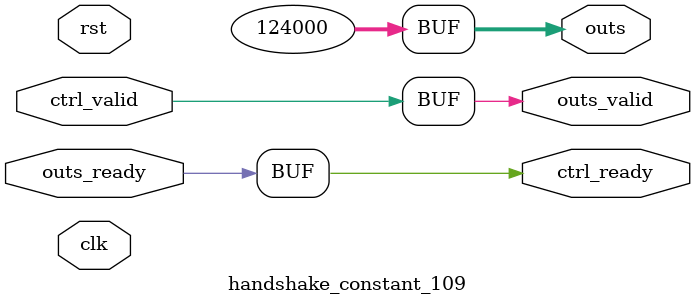
<source format=v>
`timescale 1ns / 1ps
module handshake_constant_109 #(
  parameter DATA_WIDTH = 32  // Default set to 32 bits
) (
  input                       clk,
  input                       rst,
  // Input Channel
  input                       ctrl_valid,
  output                      ctrl_ready,
  // Output Channel
  output [DATA_WIDTH - 1 : 0] outs,
  output                      outs_valid,
  input                       outs_ready
);
  assign outs       = 17'b11110010001100000;
  assign outs_valid = ctrl_valid;
  assign ctrl_ready = outs_ready;

endmodule

</source>
